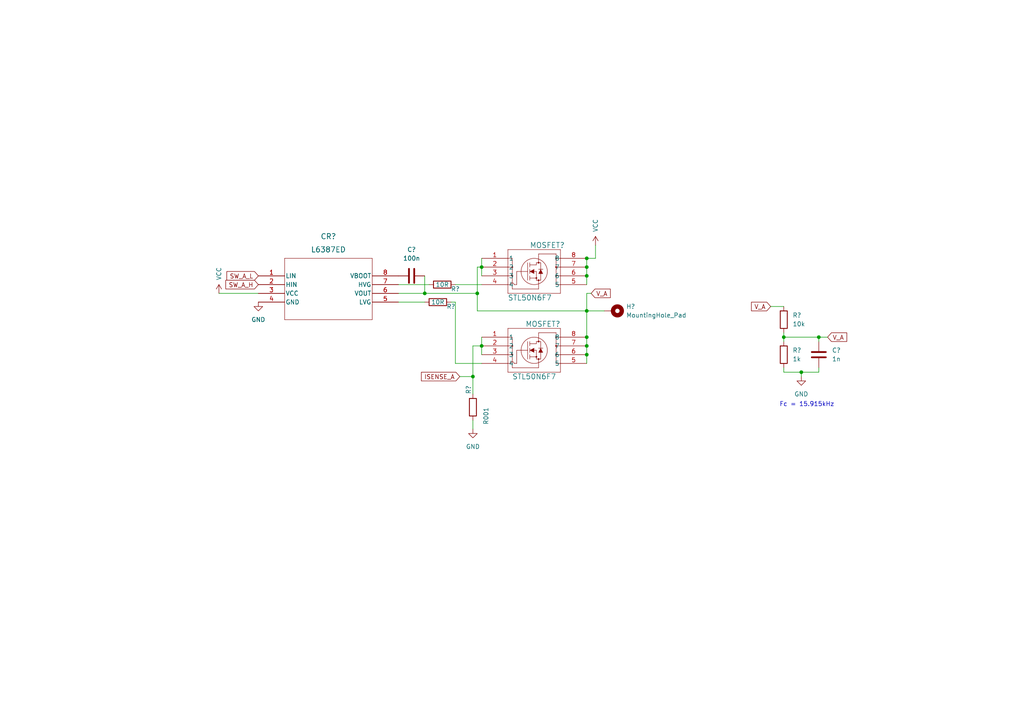
<source format=kicad_sch>
(kicad_sch (version 20211123) (generator eeschema)
  (paper "A4")
  (lib_symbols
    (symbol "Device:C" (pin_numbers hide) (pin_names (offset 0.254))
      (property "Reference" "C" (at 0.635 2.54 0))
      (property "Value" "C" (at 0.635 -2.54 0))
      (symbol "C_0_1"
        (polyline (pts (xy -2.032 -0.762) (xy 2.032 -0.762)) (stroke (width 0.508)))
        (polyline (pts (xy -2.032 0.762) (xy 2.032 0.762)) (stroke (width 0.508)))
      )
      (symbol "C_1_1"
        (pin passive line (at 0 3.81 270) (length 2.794) (name "~") (number "1"))
        (pin passive line (at 0 -3.81 90) (length 2.794) (name "~") (number "2"))
      )
    )
    (symbol "Device:R" (pin_numbers hide) (pin_names (offset 0))
      (property "Reference" "R" (at 2.032 0 90))
      (property "Value" "R" (at 0 0 90))
      (symbol "R_0_1"
        (rectangle (start -1.016 -2.54) (end 1.016 2.54) (stroke (width 0.254)))
      )
      (symbol "R_1_1"
        (pin passive line (at 0 3.81 270) (length 1.27) (name "~") (number "1"))
        (pin passive line (at 0 -3.81 90) (length 1.27) (name "~") (number "2"))
      )
    )
    (symbol "L6387ED:L6387ED" (pin_names (offset 0.254))
      (property "Reference" "CR" (at 20.32 10.16 0))
      (property "Value" "L6387ED" (at 20.32 7.62 0))
      (symbol "L6387ED_0_1"
        (polyline (pts (xy 7.62 -12.7) (xy 33.02 -12.7)) (stroke (width 0.127)))
        (polyline (pts (xy 7.62 5.08) (xy 7.62 -12.7)) (stroke (width 0.127)))
        (polyline (pts (xy 33.02 -12.7) (xy 33.02 5.08)) (stroke (width 0.127)))
        (polyline (pts (xy 33.02 5.08) (xy 7.62 5.08)) (stroke (width 0.127)))
        (pin input line (at 0 0 0) (length 7.62) (name "LIN") (number "1"))
        (pin input line (at 0 -2.54 0) (length 7.62) (name "HIN") (number "2"))
        (pin power_in line (at 0 -5.08 0) (length 7.62) (name "VCC") (number "3"))
        (pin power_in line (at 0 -7.62 0) (length 7.62) (name "GND") (number "4"))
        (pin output line (at 40.64 -7.62 180) (length 7.62) (name "LVG") (number "5"))
        (pin output line (at 40.64 -5.08 180) (length 7.62) (name "VOUT") (number "6"))
        (pin output line (at 40.64 -2.54 180) (length 7.62) (name "HVG") (number "7"))
        (pin power_in line (at 40.64 0 180) (length 7.62) (name "VBOOT") (number "8"))
      )
    )
    (symbol "Mechanical:MountingHole_Pad" (pin_numbers hide) (pin_names (offset 1.016) hide)
      (property "Reference" "H" (at 0 6.35 0))
      (property "Value" "MountingHole_Pad" (at 0 4.445 0))
      (symbol "MountingHole_Pad_0_1"
        (circle (center 0 1.27) (radius 1.27) (stroke (width 1.27)))
      )
      (symbol "MountingHole_Pad_1_1"
        (pin input line (at 0 -2.54 90) (length 2.54) (name "1") (number "1"))
      )
    )
    (symbol "STL50N6F7:STL50N6F7" (pin_names (offset 0.254))
      (property "Reference" "MOSFET" (at 15.24 7.62 0))
      (property "Value" "STL50N6F7" (at 15.24 5.08 0))
      (symbol "STL50N6F7_0_1"
        (polyline (pts (xy 7.62 -10.16) (xy 22.86 -10.16)) (stroke (width 0.127)))
        (polyline (pts (xy 7.62 -7.62) (xy 8.382 -7.62)) (stroke (width 0.127)))
        (polyline (pts (xy 7.62 -5.08) (xy 8.89 -5.08)) (stroke (width 0.127)))
        (polyline (pts (xy 7.62 -2.54) (xy 8.89 -2.54)) (stroke (width 0.127)))
        (polyline (pts (xy 7.62 0) (xy 8.89 0)) (stroke (width 0.127)))
        (polyline (pts (xy 7.62 2.54) (xy 7.62 -10.16)) (stroke (width 0.127)))
        (polyline (pts (xy 8.89 -8.89) (xy 16.51 -8.89)) (stroke (width 0.127)))
        (polyline (pts (xy 8.89 0) (xy 8.89 -8.89)) (stroke (width 0.127)))
        (polyline (pts (xy 10.16 -7.62) (xy 9.398 -7.62)) (stroke (width 0.127)))
        (polyline (pts (xy 10.16 -3.81) (xy 10.16 -7.62)) (stroke (width 0.127)))
        (polyline (pts (xy 10.16 -3.81) (xy 13.335 -3.81)) (stroke (width 0.127)))
        (polyline (pts (xy 13.335 -6.35) (xy 13.335 -1.27)) (stroke (width 0.127)))
        (polyline (pts (xy 13.97 -6.35) (xy 13.97 -5.08)) (stroke (width 0.127)))
        (polyline (pts (xy 13.97 -5.715) (xy 15.875 -5.715)) (stroke (width 0.127)))
        (polyline (pts (xy 13.97 -4.445) (xy 13.97 -3.175)) (stroke (width 0.127)))
        (polyline (pts (xy 13.97 -2.54) (xy 13.97 -1.27)) (stroke (width 0.127)))
        (polyline (pts (xy 13.97 -1.905) (xy 15.875 -1.905)) (stroke (width 0.127)))
        (polyline (pts (xy 15.24 -3.81) (xy 15.875 -3.81)) (stroke (width 0.127)))
        (polyline (pts (xy 15.875 -6.35) (xy 15.875 -3.81)) (stroke (width 0.127)))
        (polyline (pts (xy 15.875 -6.35) (xy 17.145 -6.35)) (stroke (width 0.127)))
        (polyline (pts (xy 15.875 -1.905) (xy 15.875 -1.27)) (stroke (width 0.127)))
        (polyline (pts (xy 15.875 -1.27) (xy 17.145 -1.27)) (stroke (width 0.127)))
        (polyline (pts (xy 16.51 -8.89) (xy 16.51 -6.35)) (stroke (width 0.127)))
        (polyline (pts (xy 16.51 1.27) (xy 16.51 -1.27)) (stroke (width 0.127)))
        (polyline (pts (xy 17.145 -6.35) (xy 17.145 -4.445)) (stroke (width 0.127)))
        (polyline (pts (xy 17.145 -3.175) (xy 17.145 -1.27)) (stroke (width 0.127)))
        (polyline (pts (xy 17.78 -3.175) (xy 16.51 -3.175)) (stroke (width 0.127)))
        (polyline (pts (xy 21.59 -7.62) (xy 21.59 1.27)) (stroke (width 0.127)))
        (polyline (pts (xy 21.59 1.27) (xy 16.51 1.27)) (stroke (width 0.127)))
        (polyline (pts (xy 22.86 -10.16) (xy 22.86 2.54)) (stroke (width 0.127)))
        (polyline (pts (xy 22.86 -7.62) (xy 21.59 -7.62)) (stroke (width 0.127)))
        (polyline (pts (xy 22.86 -5.08) (xy 21.59 -5.08)) (stroke (width 0.127)))
        (polyline (pts (xy 22.86 -2.54) (xy 21.59 -2.54)) (stroke (width 0.127)))
        (polyline (pts (xy 22.86 0) (xy 21.59 0)) (stroke (width 0.127)))
        (polyline (pts (xy 22.86 2.54) (xy 7.62 2.54)) (stroke (width 0.127)))
        (polyline (pts (xy 15.24 -3.175) (xy 13.97 -3.81) (xy 15.24 -4.445)) (stroke (width 0.0254)) (fill (type outline)))
        (polyline (pts (xy 17.78 -4.445) (xy 16.51 -4.445) (xy 17.145 -3.175)) (stroke (width 0.0254)) (fill (type outline)))
        (circle (center 8.89 -5.08) (radius 0.127) (stroke (width 0.254)))
        (circle (center 8.89 -2.54) (radius 0.127) (stroke (width 0.254)))
        (arc (start 9.398 -7.62) (mid 8.89 -7.112) (end 8.382 -7.62) (stroke (width 0.127)))
        (circle (center 15.24 -3.81) (radius 3.81) (stroke (width 0.127)))
        (circle (center 15.875 -5.715) (radius 0.127) (stroke (width 0.254)))
        (circle (center 16.51 -6.35) (radius 0.127) (stroke (width 0.254)))
        (circle (center 16.51 -1.27) (radius 0.127) (stroke (width 0.254)))
        (circle (center 21.59 -5.08) (radius 0.127) (stroke (width 0.254)))
        (circle (center 21.59 -2.54) (radius 0.127) (stroke (width 0.254)))
        (circle (center 21.59 0) (radius 0.127) (stroke (width 0.254)))
        (pin unspecified line (at 0 0 0) (length 7.62) (name "1") (number "1"))
        (pin unspecified line (at 0 -2.54 0) (length 7.62) (name "2") (number "2"))
        (pin unspecified line (at 0 -5.08 0) (length 7.62) (name "3") (number "3"))
        (pin unspecified line (at 0 -7.62 0) (length 7.62) (name "4") (number "4"))
        (pin unspecified line (at 30.48 -7.62 180) (length 7.62) (name "5") (number "5"))
        (pin unspecified line (at 30.48 -5.08 180) (length 7.62) (name "6") (number "6"))
        (pin unspecified line (at 30.48 -2.54 180) (length 7.62) (name "7") (number "7"))
        (pin unspecified line (at 30.48 0 180) (length 7.62) (name "8") (number "8"))
      )
    )
    (symbol "power:GND" (power) (pin_names (offset 0))
      (property "Value" "GND" (at 0 -3.81 0))
      (symbol "GND_0_1"
        (polyline (pts (xy 0 0) (xy 0 -1.27) (xy 1.27 -1.27) (xy 0 -2.54) (xy -1.27 -1.27) (xy 0 -1.27)))
      )
      (symbol "GND_1_1"
        (pin power_in line (at 0 0 270) (length 0) hide (name "GND") (number "1"))
      )
    )
    (symbol "power:VCC" (power) (pin_names (offset 0))
      (property "Value" "VCC" (at 0 3.81 0))
      (symbol "VCC_0_1"
        (polyline (pts (xy -0.762 1.27) (xy 0 2.54)))
        (polyline (pts (xy 0 0) (xy 0 2.54)))
        (polyline (pts (xy 0 2.54) (xy 0.762 1.27)))
      )
      (symbol "VCC_1_1"
        (pin power_in line (at 0 0 90) (length 0) hide (name "VCC") (number "1"))
      )
    )
  )
  (junction (at 170.18 102.87))
  (junction (at 170.18 74.93))
  (junction (at 227.33 97.79))
  (junction (at 123.19 85.09))
  (junction (at 170.18 100.33))
  (junction (at 170.18 77.47))
  (junction (at 139.7 77.47))
  (junction (at 137.16 109.22))
  (junction (at 138.43 85.09))
  (junction (at 139.7 100.33))
  (junction (at 170.18 97.79))
  (junction (at 170.18 80.01))
  (junction (at 232.41 107.95))
  (junction (at 170.18 90.17))
  (junction (at 237.49 97.79))
  (wire (pts (xy 237.49 97.79) (xy 240.03 97.79)))
  (wire (pts (xy 138.43 85.09) (xy 138.43 77.47)))
  (wire (pts (xy 170.18 90.17) (xy 175.26 90.17)))
  (wire (pts (xy 132.08 87.63) (xy 132.08 105.41)))
  (wire (pts (xy 139.7 77.47) (xy 139.7 80.01)))
  (wire (pts (xy 115.57 87.63) (xy 123.19 87.63)))
  (wire (pts (xy 232.41 107.95) (xy 237.49 107.95)))
  (wire (pts (xy 227.33 97.79) (xy 227.33 99.06)))
  (wire (pts (xy 123.19 85.09) (xy 138.43 85.09)))
  (wire (pts (xy 133.35 109.22) (xy 137.16 109.22)))
  (wire (pts (xy 170.18 80.01) (xy 170.18 82.55)))
  (wire (pts (xy 170.18 85.09) (xy 170.18 90.17)))
  (wire (pts (xy 139.7 74.93) (xy 139.7 77.47)))
  (wire (pts (xy 237.49 99.06) (xy 237.49 97.79)))
  (wire (pts (xy 137.16 109.22) (xy 137.16 114.3)))
  (wire (pts (xy 137.16 121.92) (xy 137.16 124.46)))
  (wire (pts (xy 170.18 100.33) (xy 170.18 102.87)))
  (wire (pts (xy 115.57 85.09) (xy 123.19 85.09)))
  (wire (pts (xy 138.43 77.47) (xy 139.7 77.47)))
  (wire (pts (xy 170.18 77.47) (xy 170.18 80.01)))
  (wire (pts (xy 123.19 80.01) (xy 123.19 85.09)))
  (wire (pts (xy 172.72 74.93) (xy 170.18 74.93)))
  (wire (pts (xy 172.72 71.12) (xy 172.72 74.93)))
  (wire (pts (xy 227.33 96.52) (xy 227.33 97.79)))
  (wire (pts (xy 137.16 100.33) (xy 139.7 100.33)))
  (wire (pts (xy 137.16 100.33) (xy 137.16 109.22)))
  (wire (pts (xy 223.52 88.9) (xy 227.33 88.9)))
  (wire (pts (xy 139.7 97.79) (xy 139.7 100.33)))
  (wire (pts (xy 170.18 97.79) (xy 170.18 90.17)))
  (wire (pts (xy 130.81 87.63) (xy 132.08 87.63)))
  (wire (pts (xy 132.08 105.41) (xy 139.7 105.41)))
  (wire (pts (xy 170.18 102.87) (xy 170.18 105.41)))
  (wire (pts (xy 115.57 82.55) (xy 124.46 82.55)))
  (wire (pts (xy 170.18 74.93) (xy 170.18 77.47)))
  (wire (pts (xy 170.18 97.79) (xy 170.18 100.33)))
  (wire (pts (xy 171.45 85.09) (xy 170.18 85.09)))
  (wire (pts (xy 63.5 85.09) (xy 74.93 85.09)))
  (wire (pts (xy 227.33 106.68) (xy 227.33 107.95)))
  (wire (pts (xy 232.41 107.95) (xy 232.41 109.22)))
  (wire (pts (xy 237.49 107.95) (xy 237.49 106.68)))
  (wire (pts (xy 139.7 100.33) (xy 139.7 102.87)))
  (wire (pts (xy 138.43 90.17) (xy 170.18 90.17)))
  (wire (pts (xy 237.49 97.79) (xy 227.33 97.79)))
  (wire (pts (xy 138.43 90.17) (xy 138.43 85.09)))
  (wire (pts (xy 132.08 82.55) (xy 139.7 82.55)))
  (wire (pts (xy 227.33 107.95) (xy 232.41 107.95)))
  (text "Fc = 15.915kHz\n" (at 226.06 118.11 0) (effects (font (size 1.27 1.27)) (justify left bottom)))
  (global_label "ISENSE_A" (shape input) (at 133.35 109.22 180) (property "Intersheet References" "${INTERSHEET_REFS}" (effects hide)))
  (global_label "V_A" (shape input) (at 171.45 85.09 0) (property "Intersheet References" "${INTERSHEET_REFS}" (effects hide)))
  (global_label "V_A" (shape input) (at 240.03 97.79 0) (property "Intersheet References" "${INTERSHEET_REFS}" (effects hide)))
  (global_label "SW_A_L" (shape input) (at 74.93 80.01 180) (property "Intersheet References" "${INTERSHEET_REFS}" (effects hide)))
  (global_label "SW_A_H" (shape input) (at 74.93 82.55 180) (property "Intersheet References" "${INTERSHEET_REFS}" (effects hide)))
  (global_label "V_A" (shape input) (at 223.52 88.9 180) (property "Intersheet References" "${INTERSHEET_REFS}" (effects hide)))
  (symbol (lib_id "power:GND") (at 74.93 87.63 0) (unit 1)
    (property "Reference" "#PWR?" (effects hide))
    (property "Value" "GND" (at 74.93 92.71 0))
  )
  (symbol (lib_id "STL50N6F7:STL50N6F7") (at 139.7 74.93 0) (unit 1)
    (property "Reference" "MOSFET?" (at 158.75 71.12 0) (effects (font (size 1.524 1.524))))
    (property "Value" "STL50N6F7" (at 153.67 86.36 0) (effects (font (size 1.524 1.524))))
    (property "Footprint" "POWERFLAT_5X6_R_STM" (effects hide))
    (property "Datasheet" "STL50N6F7" (effects hide))
  )
  (symbol (lib_id "Device:R") (at 227.33 92.71 0) (unit 1)
    (property "Reference" "R?" (at 229.87 91.4399 0) (effects (justify left)))
    (property "Value" "10k" (at 229.87 93.9799 0) (effects (justify left)))
  )
  (symbol (lib_id "power:VCC") (at 172.72 71.12 0) (unit 1)
    (property "Reference" "#PWR?" (effects hide))
    (property "Value" "VCC" (at 172.72 63.5 90) (effects (justify right)))
  )
  (symbol (lib_id "STL50N6F7:STL50N6F7") (at 139.7 97.79 0) (unit 1)
    (property "Reference" "MOSFET?" (at 157.48 93.98 0) (effects (font (size 1.524 1.524))))
    (property "Value" "STL50N6F7" (at 154.94 109.22 0) (effects (font (size 1.524 1.524))))
    (property "Footprint" "POWERFLAT_5X6_R_STM" (effects hide))
    (property "Datasheet" "STL50N6F7" (effects hide))
  )
  (symbol (lib_id "Device:R") (at 128.27 82.55 90) (unit 1)
    (property "Reference" "R?" (at 132.08 83.82 90))
    (property "Value" "10R" (at 128.27 82.55 90))
    (property "Footprint" "Resistor_SMD:R_0603_1608Metric" (effects hide))
  )
  (symbol (lib_id "Device:R") (at 137.16 118.11 180) (unit 1)
    (property "Reference" "R?" (at 135.89 113.03 90))
    (property "Value" "R001" (at 140.97 120.65 90))
    (property "Footprint" "Resistor_SMD:R_1206_3216Metric" (effects hide))
  )
  (symbol (lib_id "Device:R") (at 127 87.63 90) (unit 1)
    (property "Reference" "R?" (at 130.81 88.9 90))
    (property "Value" "10R" (at 127 87.63 90))
  )
  (symbol (lib_id "power:GND") (at 232.41 109.22 0) (unit 1)
    (property "Reference" "#PWR?" (effects hide))
    (property "Value" "GND" (at 232.41 114.3 0))
  )
  (symbol (lib_id "Mechanical:MountingHole_Pad") (at 177.8 90.17 270) (unit 1)
    (property "Reference" "H?" (at 181.61 88.8999 90) (effects (justify left)))
    (property "Value" "MountingHole_Pad" (at 181.61 91.4399 90) (effects (justify left)))
  )
  (symbol (lib_id "Device:C") (at 119.38 80.01 90) (unit 1)
    (property "Reference" "C?" (at 119.38 72.39 90))
    (property "Value" "100n" (at 119.38 74.93 90))
    (property "Footprint" "Capacitor_SMD:C_0603_1608Metric" (effects hide))
  )
  (symbol (lib_id "power:VCC") (at 63.5 85.09 0) (unit 1)
    (property "Reference" "#PWR?" (effects hide))
    (property "Value" "VCC" (at 63.5 77.47 90) (effects (justify right)))
  )
  (symbol (lib_id "power:GND") (at 137.16 124.46 0) (unit 1)
    (property "Reference" "#PWR?" (effects hide))
    (property "Value" "GND" (at 137.16 129.54 0))
  )
  (symbol (lib_id "Device:R") (at 227.33 102.87 0) (unit 1)
    (property "Reference" "R?" (at 229.87 101.5999 0) (effects (justify left)))
    (property "Value" "1k" (at 229.87 104.1399 0) (effects (justify left)))
  )
  (symbol (lib_id "Device:C") (at 237.49 102.87 0) (unit 1)
    (property "Reference" "C?" (at 241.3 101.5999 0) (effects (justify left)))
    (property "Value" "1n" (at 241.3 104.1399 0) (effects (justify left)))
    (property "Footprint" "Capacitor_SMD:C_0603_1608Metric" (effects hide))
  )
  (symbol (lib_id "L6387ED:L6387ED") (at 74.93 80.01 0) (unit 1)
    (property "Reference" "CR?" (at 95.25 68.58 0) (effects (font (size 1.524 1.524))))
    (property "Value" "L6387ED" (at 95.25 72.39 0) (effects (font (size 1.524 1.524))))
    (property "Footprint" "SO-8_STM" (effects hide))
    (property "Datasheet" "L6387ED" (effects hide))
  )
)
</source>
